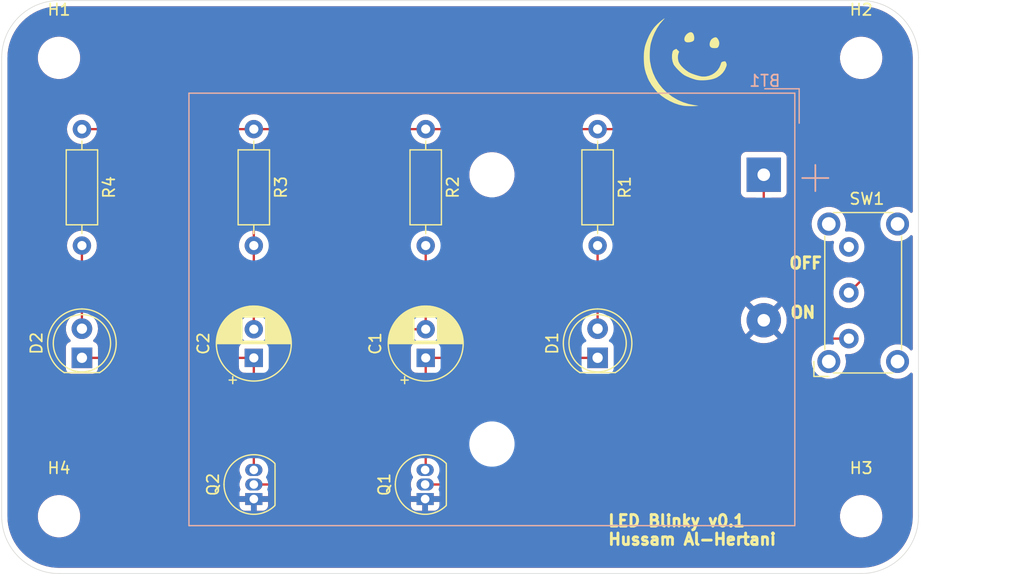
<source format=kicad_pcb>
(kicad_pcb (version 20240108) (generator "pcbnew") (generator_version "8.0")
  (layers (0 "F.Cu" signal) (31 "B.Cu" signal) (34 "B.Paste" user) (35 "F.Paste" user) (36 "B.SilkS" user "B.Silkscreen") (37 "F.SilkS" user "F.Silkscreen") (38 "B.Mask" user) (39 "F.Mask" user) (44 "Edge.Cuts" user))
  (net 0 "")
  (net 1 "GND")
  (net 2 "Net-(BT1-+)")
  (net 3 "Net-(Q2-B)")
  (net 4 "Net-(D1-K)")
  (net 5 "Net-(Q1-B)")
  (net 6 "Net-(D2-K)")
  (net 7 "Net-(D1-A)")
  (net 8 "Net-(D2-A)")
  (net 9 "VCC")
  (footprint "MountingHole:MountingHole_3.2mm_M3" (layer "F.Cu") (at 155 55)
    (property "Reference" "H1" (at 0 -4.2 0) (layer "F.SilkS"))
    (property "Value" "MountingHole")
    (pad "" np_thru_hole circle (at 0 0) (size 3.2 3.2) (drill 3.2) (layers "*.Cu" "*.Mask"))
  )
  (footprint "Package_TO_SOT_THT:TO-92_Inline" (layer "F.Cu") (at 186.95 93.5 90)
    (property "Reference" "Q1" (at 1.27 -3.56 270) (layer "F.SilkS"))
    (property "Value" "2N3904")
    (fp_line (start -0.53 1.85) (end 3.07 1.85) (stroke (width 0.12)) (layer "F.SilkS"))
    (fp_arc (start 1.27 -2.6) (mid 3.672087 -0.994977) (end 3.108478 1.838478) (stroke (width 0.12)) (layer "F.SilkS"))
    (fp_arc (start -0.568478 1.838478) (mid -1.132087 -0.994977) (end 1.27 -2.6) (stroke (width 0.12)) (layer "F.SilkS"))
    (pad "1" thru_hole rect (at 0 0 90) (size 1.05 1.5) (drill 0.75) (layers "*.Cu" "*.Mask") (net 1 "GND"))
    (pad "2" thru_hole oval (at 1.27 0 90) (size 1.05 1.5) (drill 0.75) (layers "*.Cu" "*.Mask") (net 5 "Net-(Q1-B)"))
    (pad "3" thru_hole oval (at 2.54 0 90) (size 1.05 1.5) (drill 0.75) (layers "*.Cu" "*.Mask") (net 4 "Net-(D1-K)"))
  )
  (footprint "Package_TO_SOT_THT:TO-92_Inline" (layer "F.Cu") (at 172 93.5 90)
    (property "Reference" "Q2" (at 1.27 -3.56 270) (layer "F.SilkS"))
    (property "Value" "2N3904")
    (fp_line (start -0.53 1.85) (end 3.07 1.85) (stroke (width 0.12)) (layer "F.SilkS"))
    (fp_arc (start 1.27 -2.6) (mid 3.672087 -0.994977) (end 3.108478 1.838478) (stroke (width 0.12)) (layer "F.SilkS"))
    (fp_arc (start -0.568478 1.838478) (mid -1.132087 -0.994977) (end 1.27 -2.6) (stroke (width 0.12)) (layer "F.SilkS"))
    (pad "1" thru_hole rect (at 0 0 90) (size 1.05 1.5) (drill 0.75) (layers "*.Cu" "*.Mask") (net 1 "GND"))
    (pad "2" thru_hole oval (at 1.27 0 90) (size 1.05 1.5) (drill 0.75) (layers "*.Cu" "*.Mask") (net 3 "Net-(Q2-B)"))
    (pad "3" thru_hole oval (at 2.54 0 90) (size 1.05 1.5) (drill 0.75) (layers "*.Cu" "*.Mask") (net 6 "Net-(D2-K)"))
  )
  (footprint "MountingHole:MountingHole_3.2mm_M3" (layer "F.Cu") (at 155 95)
    (property "Reference" "H4" (at 0 -4.2 0) (layer "F.SilkS"))
    (property "Value" "MountingHole")
    (pad "" np_thru_hole circle (at 0 0) (size 3.2 3.2) (drill 3.2) (layers "*.Cu" "*.Mask"))
  )
  (footprint "Button_Switch_THT:SW_E-Switch_EG1224_SPDT_Angled" (layer "F.Cu") (at 223.925 79.5 90)
    (property "Reference" "SW1" (at 12.2 1.575 0) (layer "F.SilkS"))
    (property "Value" "SW_SPDT")
    (fp_line (start -3.3 -3.05) (end -2 -3.05) (stroke (width 0.12)) (layer "F.SilkS"))
    (fp_line (start -0.95 -2.1) (end 8.95 -2.1) (stroke (width 0.12)) (layer "F.SilkS"))
    (fp_line (start -3.3 -1.75) (end -3.3 -3.05) (stroke (width 0.12)) (layer "F.SilkS"))
    (fp_line (start 11 -1.35) (end 11 3.85) (stroke (width 0.12)) (layer "F.SilkS"))
    (fp_line (start -3 3.85) (end -3 -1.35) (stroke (width 0.12)) (layer "F.SilkS"))
    (fp_line (start 8.95 4.6) (end -0.95 4.6) (stroke (width 0.12)) (layer "F.SilkS"))
    (pad "" thru_hole circle (at -2 -1.75 90) (size 2 2) (drill 1.2) (layers "*.Cu" "*.Mask"))
    (pad "" thru_hole circle (at -2 4.25 90) (size 2 2) (drill 1.2) (layers "*.Cu" "*.Mask"))
    (pad "" thru_hole circle (at 10 -1.75 90) (size 2 2) (drill 1.2) (layers "*.Cu" "*.Mask"))
    (pad "" thru_hole circle (at 10 4.25 90) (size 2 2) (drill 1.2) (layers "*.Cu" "*.Mask"))
    (pad "1" thru_hole circle (at 0 0 90) (size 1.7 1.7) (drill 0.9) (layers "*.Cu" "*.Mask") (net 2 "Net-(BT1-+)"))
    (pad "2" thru_hole circle (at 4 0 90) (size 1.7 1.7) (drill 0.9) (layers "*.Cu" "*.Mask") (net 9 "VCC"))
    (pad "3" thru_hole circle (at 8 0 90) (size 1.7 1.7) (drill 0.9) (layers "*.Cu" "*.Mask"))
  )
  (footprint "LED_THT:LED_D5.0mm" (layer "F.Cu") (at 202 81.175 90)
    (property "Reference" "D1" (at 1.27 -3.96 270) (layer "F.SilkS"))
    (property "Value" "LED")
    (fp_line (start -1.29 -1.545) (end -1.29 1.545) (stroke (width 0.12)) (layer "F.SilkS"))
    (fp_arc (start -1.29 -1.54483) (mid 2.072002 -2.880433) (end 4.26 0.000462) (stroke (width 0.12)) (layer "F.SilkS"))
    (fp_arc (start 4.26 -0.000462) (mid 2.072002 2.880433) (end -1.29 1.54483) (stroke (width 0.12)) (layer "F.SilkS"))
    (fp_circle (center 1.27 0) (end 3.77 0) (stroke (width 0.12)) (fill none) (layer "F.SilkS"))
    (pad "1" thru_hole rect (at 0 0 90) (size 1.8 1.8) (drill 0.9) (layers "*.Cu" "*.Mask") (net 4 "Net-(D1-K)"))
    (pad "2" thru_hole circle (at 2.54 0 90) (size 1.8 1.8) (drill 0.9) (layers "*.Cu" "*.Mask") (net 7 "Net-(D1-A)"))
  )
  (footprint "Capacitor_THT:CP_Radial_D6.3mm_P2.50mm" (layer "F.Cu") (at 172 81.18238 90)
    (property "Reference" "C2" (at 1.25 -4.4 270) (layer "F.SilkS"))
    (property "Value" "10u")
    (fp_line (start 1.33 -3.23) (end 1.33 3.23) (stroke (width 0.12)) (layer "F.SilkS"))
    (fp_line (start 1.29 -3.23) (end 1.29 3.23) (stroke (width 0.12)) (layer "F.SilkS"))
    (fp_line (start 1.25 -3.23) (end 1.25 3.23) (stroke (width 0.12)) (layer "F.SilkS"))
    (fp_line (start 1.37 -3.228) (end 1.37 3.228) (stroke (width 0.12)) (layer "F.SilkS"))
    (fp_line (start 1.41 -3.227) (end 1.41 3.227) (stroke (width 0.12)) (layer "F.SilkS"))
    (fp_line (start 1.45 -3.224) (end 1.45 3.224) (stroke (width 0.12)) (layer "F.SilkS"))
    (fp_line (start 1.49 -3.222) (end 1.49 -1.04) (stroke (width 0.12)) (layer "F.SilkS"))
    (fp_line (start 1.53 -3.218) (end 1.53 -1.04) (stroke (width 0.12)) (layer "F.SilkS"))
    (fp_line (start 1.57 -3.215) (end 1.57 -1.04) (stroke (width 0.12)) (layer "F.SilkS"))
    (fp_line (start 1.61 -3.211) (end 1.61 -1.04) (stroke (width 0.12)) (layer "F.SilkS"))
    (fp_line (start 1.65 -3.206) (end 1.65 -1.04) (stroke (width 0.12)) (layer "F.SilkS"))
    (fp_line (start 1.69 -3.201) (end 1.69 -1.04) (stroke (width 0.12)) (layer "F.SilkS"))
    (fp_line (start 1.73 -3.195) (end 1.73 -1.04) (stroke (width 0.12)) (layer "F.SilkS"))
    (fp_line (start 1.77 -3.189) (end 1.77 -1.04) (stroke (width 0.12)) (layer "F.SilkS"))
    (fp_line (start 1.81 -3.182) (end 1.81 -1.04) (stroke (width 0.12)) (layer "F.SilkS"))
    (fp_line (start 1.85 -3.175) (end 1.85 -1.04) (stroke (width 0.12)) (layer "F.SilkS"))
    (fp_line (start 1.89 -3.167) (end 1.89 -1.04) (stroke (width 0.12)) (layer "F.SilkS"))
    (fp_line (start 1.93 -3.159) (end 1.93 -1.04) (stroke (width 0.12)) (layer "F.SilkS"))
    (fp_line (start 1.971 -3.15) (end 1.971 -1.04) (stroke (width 0.12)) (layer "F.SilkS"))
    (fp_line (start 2.011 -3.141) (end 2.011 -1.04) (stroke (width 0.12)) (layer "F.SilkS"))
    (fp_line (start 2.051 -3.131) (end 2.051 -1.04) (stroke (width 0.12)) (layer "F.SilkS"))
    (fp_line (start 2.091 -3.121) (end 2.091 -1.04) (stroke (width 0.12)) (layer "F.SilkS"))
    (fp_line (start 2.131 -3.11) (end 2.131 -1.04) (stroke (width 0.12)) (layer "F.SilkS"))
    (fp_line (start 2.171 -3.098) (end 2.171 -1.04) (stroke (width 0.12)) (layer "F.SilkS"))
    (fp_line (start 2.211 -3.086) (end 2.211 -1.04) (stroke (width 0.12)) (layer "F.SilkS"))
    (fp_line (start 2.251 -3.074) (end 2.251 -1.04) (stroke (width 0.12)) (layer "F.SilkS"))
    (fp_line (start 2.291 -3.061) (end 2.291 -1.04) (stroke (width 0.12)) (layer "F.SilkS"))
    (fp_line (start 2.331 -3.047) (end 2.331 -1.04) (stroke (width 0.12)) (layer "F.SilkS"))
    (fp_line (start 2.371 -3.033) (end 2.371 -1.04) (stroke (width 0.12)) (layer "F.SilkS"))
    (fp_line (start 2.411 -3.018) (end 2.411 -1.04) (stroke (width 0.12)) (layer "F.SilkS"))
    (fp_line (start 2.451 -3.002) (end 2.451 -1.04) (stroke (width 0.12)) (layer "F.SilkS"))
    (fp_line (start 2.491 -2.986) (end 2.491 -1.04) (stroke (width 0.12)) (layer "F.SilkS"))
    (fp_line (start 2.531 -2.97) (end 2.531 -1.04) (stroke (width 0.12)) (layer "F.SilkS"))
    (fp_line (start 2.571 -2.952) (end 2.571 -1.04) (stroke (width 0.12)) (layer "F.SilkS"))
    (fp_line (start 2.611 -2.934) (end 2.611 -1.04) (stroke (width 0.12)) (layer "F.SilkS"))
    (fp_line (start 2.651 -2.916) (end 2.651 -1.04) (stroke (width 0.12)) (layer "F.SilkS"))
    (fp_line (start 2.691 -2.896) (end 2.691 -1.04) (stroke (width 0.12)) (layer "F.SilkS"))
    (fp_line (start 2.731 -2.876) (end 2.731 -1.04) (stroke (width 0.12)) (layer "F.SilkS"))
    (fp_line (start 2.771 -2.856) (end 2.771 -1.04) (stroke (width 0.12)) (layer "F.SilkS"))
    (fp_line (start 2.811 -2.834) (end 2.811 -1.04) (stroke (width 0.12)) (layer "F.SilkS"))
    (fp_line (start 2.851 -2.812) (end 2.851 -1.04) (stroke (width 0.12)) (layer "F.SilkS"))
    (fp_line (start 2.891 -2.79) (end 2.891 -1.04) (stroke (width 0.12)) (layer "F.SilkS"))
    (fp_line (start 2.931 -2.766) (end 2.931 -1.04) (stroke (width 0.12)) (layer "F.SilkS"))
    (fp_line (start 2.971 -2.742) (end 2.971 -1.04) (stroke (width 0.12)) (layer "F.SilkS"))
    (fp_line (start 3.011 -2.716) (end 3.011 -1.04) (stroke (width 0.12)) (layer "F.SilkS"))
    (fp_line (start 3.051 -2.69) (end 3.051 -1.04) (stroke (width 0.12)) (layer "F.SilkS"))
    (fp_line (start 3.091 -2.664) (end 3.091 -1.04) (stroke (width 0.12)) (layer "F.SilkS"))
    (fp_line (start 3.131 -2.636) (end 3.131 -1.04) (stroke (width 0.12)) (layer "F.SilkS"))
    (fp_line (start 3.171 -2.607) (end 3.171 -1.04) (stroke (width 0.12)) (layer "F.SilkS"))
    (fp_line (start 3.211 -2.578) (end 3.211 -1.04) (stroke (width 0.12)) (layer "F.SilkS"))
    (fp_line (start 3.251 -2.548) (end 3.251 -1.04) (stroke (width 0.12)) (layer "F.SilkS"))
    (fp_line (start 3.291 -2.516) (end 3.291 -1.04) (stroke (width 0.12)) (layer "F.SilkS"))
    (fp_line (start 3.331 -2.484) (end 3.331 -1.04) (stroke (width 0.12)) (layer "F.SilkS"))
    (fp_line (start 3.371 -2.45) (end 3.371 -1.04) (stroke (width 0.12)) (layer "F.SilkS"))
    (fp_line (start 3.411 -2.416) (end 3.411 -1.04) (stroke (width 0.12)) (layer "F.SilkS"))
    (fp_line (start 3.451 -2.38) (end 3.451 -1.04) (stroke (width 0.12)) (layer "F.SilkS"))
    (fp_line (start 3.491 -2.343) (end 3.491 -1.04) (stroke (width 0.12)) (layer "F.SilkS"))
    (fp_line (start 3.531 -2.305) (end 3.531 -1.04) (stroke (width 0.12)) (layer "F.SilkS"))
    (fp_line (start 3.571 -2.265) (end 3.571 2.265) (stroke (width 0.12)) (layer "F.SilkS"))
    (fp_line (start 3.611 -2.224) (end 3.611 2.224) (stroke (width 0.12)) (layer "F.SilkS"))
    (fp_line (start 3.651 -2.182) (end 3.651 2.182) (stroke (width 0.12)) (layer "F.SilkS"))
    (fp_line (start -1.935241 -2.154) (end -1.935241 -1.524) (stroke (width 0.12)) (layer "F.SilkS"))
    (fp_line (start 3.691 -2.137) (end 3.691 2.137) (stroke (width 0.12)) (layer "F.SilkS"))
    (fp_line (start 3.731 -2.092) (end 3.731 2.092) (stroke (width 0.12)) (layer "F.SilkS"))
    (fp_line (start 3.771 -2.044) (end 3.771 2.044) (stroke (width 0.12)) (layer "F.SilkS"))
    (fp_line (start 3.811 -1.995) (end 3.811 1.995) (stroke (width 0.12)) (layer "F.SilkS"))
    (fp_line (start 3.851 -1.944) (end 3.851 1.944) (stroke (width 0.12)) (layer "F.SilkS"))
    (fp_line (start 3.891 -1.89) (end 3.891 1.89) (stroke (width 0.12)) (layer "F.SilkS"))
    (fp_line (start -2.250241 -1.839) (end -1.620241 -1.839) (stroke (width 0.12)) (layer "F.SilkS"))
    (fp_line (start 3.931 -1.834) (end 3.931 1.834) (stroke (width 0.12)) (layer "F.SilkS"))
    (fp_line (start 3.971 -1.776) (end 3.971 1.776) (stroke (width 0.12)) (layer "F.SilkS"))
    (fp_line (start 4.011 -1.714) (end 4.011 1.714) (stroke (width 0.12)) (layer "F.SilkS"))
    (fp_line (start 4.051 -1.65) (end 4.051 1.65) (stroke (width 0.12)) (layer "F.SilkS"))
    (fp_line (start 4.091 -1.581) (end 4.091 1.581) (stroke (width 0.12)) (layer "F.SilkS"))
    (fp_line (start 4.131 -1.509) (end 4.131 1.509) (stroke (width 0.12)) (layer "F.SilkS"))
    (fp_line (start 4.171 -1.432) (end 4.171 1.432) (stroke (width 0.12)) (layer "F.SilkS"))
    (fp_line (start 4.211 -1.35) (end 4.211 1.35) (stroke (width 0.12)) (layer "F.SilkS"))
    (fp_line (start 4.251 -1.262) (end 4.251 1.262) (stroke (width 0.12)) (layer "F.SilkS"))
    (fp_line (start 4.291 -1.165) (end 4.291 1.165) (stroke (width 0.12)) (layer "F.SilkS"))
    (fp_line (start 4.331 -1.059) (end 4.331 1.059) (stroke (width 0.12)) (layer "F.SilkS"))
    (fp_line (start 4.371 -0.94) (end 4.371 0.94) (stroke (width 0.12)) (layer "F.SilkS"))
    (fp_line (start 4.411 -0.802) (end 4.411 0.802) (stroke (width 0.12)) (layer "F.SilkS"))
    (fp_line (start 4.451 -0.633) (end 4.451 0.633) (stroke (width 0.12)) (layer "F.SilkS"))
    (fp_line (start 4.491 -0.402) (end 4.491 0.402) (stroke (width 0.12)) (layer "F.SilkS"))
    (fp_line (start 3.531 1.04) (end 3.531 2.305) (stroke (width 0.12)) (layer "F.SilkS"))
    (fp_line (start 3.491 1.04) (end 3.491 2.343) (stroke (width 0.12)) (layer "F.SilkS"))
    (fp_line (start 3.451 1.04) (end 3.451 2.38) (stroke (width 0.12)) (layer "F.SilkS"))
    (fp_line (start 3.411 1.04) (end 3.411 2.416) (stroke (width 0.12)) (layer "F.SilkS"))
    (fp_line (start 3.371 1.04) (end 3.371 2.45) (stroke (width 0.12)) (layer "F.SilkS"))
    (fp_line (start 3.331 1.04) (end 3.331 2.484) (stroke (width 0.12)) (layer "F.SilkS"))
    (fp_line (start 3.291 1.04) (end 3.291 2.516) (stroke (width 0.12)) (layer "F.SilkS"))
    (fp_line (start 3.251 1.04) (end 3.251 2.548) (stroke (width 0.12)) (layer "F.SilkS"))
    (fp_line (start 3.211 1.04) (end 3.211 2.578) (stroke (width 0.12)) (layer "F.SilkS"))
    (fp_line (start 3.171 1.04) (end 3.171 2.607) (stroke (width 0.12)) (layer "F.SilkS"))
    (fp_line (start 3.131 1.04) (end 3.131 2.636) (stroke (width 0.12)) (layer "F.SilkS"))
    (fp_line (start 3.091 1.04) (end 3.091 2.664) (stroke (width 0.12)) (layer "F.SilkS"))
    (fp_line (start 3.051 1.04) (end 3.051 2.69) (stroke (width 0.12)) (layer "F.SilkS"))
    (fp_line (start 3.011 1.04) (end 3.011 2.716) (stroke (width 0.12)) (layer "F.SilkS"))
    (fp_line (start 2.971 1.04) (end 2.971 2.742) (stroke (width 0.12)) (layer "F.SilkS"))
    (fp_line (start 2.931 1.04) (end 2.931 2.766) (stroke (width 0.12)) (layer "F.SilkS"))
    (fp_line (start 2.891 1.04) (end 2.891 2.79) (stroke (width 0.12)) (layer "F.SilkS"))
    (fp_line (start 2.851 1.04) (end 2.851 2.812) (stroke (width 0.12)) (layer "F.SilkS"))
    (fp_line (start 2.811 1.04) (end 2.811 2.834) (stroke (width 0.12)) (layer "F.SilkS"))
    (fp_line (start 2.771 1.04) (end 2.771 2.856) (stroke (width 0.12)) (layer "F.SilkS"))
    (fp_line (start 2.731 1.04) (end 2.731 2.876) (stroke (width 0.12)) (layer "F.SilkS"))
    (fp_line (start 2.691 1.04) (end 2.691 2.896) (stroke (width 0.12)) (layer "F.SilkS"))
    (fp_line (start 2.651 1.04) (end 2.651 2.916) (stroke (width 0.12)) (layer "F.SilkS"))
    (fp_line (start 2.611 1.04) (end 2.611 2.934) (stroke (width 0.12)) (layer "F.SilkS"))
    (fp_line (start 2.571 1.04) (end 2.571 2.952) (stroke (width 0.12)) (layer "F.SilkS"))
    (fp_line (start 2.531 1.04) (end 2.531 2.97) (stroke (width 0.12)) (layer "F.SilkS"))
    (fp_line (start 2.491 1.04) (end 2.491 2.986) (stroke (width 0.12)) (layer "F.SilkS"))
    (fp_line (start 2.451 1.04) (end 2.451 3.002) (stroke (width 0.12)) (layer "F.SilkS"))
    (fp_line (start 2.411 1.04) (end 2.411 3.018) (stroke (width 0.12)) (layer "F.SilkS"))
    (fp_line (start 2.371 1.04) (end 2.371 3.033) (stroke (width 0.12)) (layer "F.SilkS"))
    (fp_line (start 2.331 1.04) (end 2.331 3.047) (stroke (width 0.12)) (layer "F.SilkS"))
    (fp_line (start 2.291 1.04) (end 2.291 3.061) (stroke (width 0.12)) (layer "F.SilkS"))
    (fp_line (start 2.251 1.04) (end 2.251 3.074) (stroke (width 0.12)) (layer "F.SilkS"))
    (fp_line (start 2.211 1.04) (end 2.211 3.086) (stroke (width 0.12)) (layer "F.SilkS"))
    (fp_line (start 2.171 1.04) (end 2.171 3.098) (stroke (width 0.12)) (layer "F.SilkS"))
    (fp_line (start 2.131 1.04) (end 2.131 3.11) (stroke (width 0.12)) (layer "F.SilkS"))
    (fp_line (start 2.091 1.04) (end 2.091 3.121) (stroke (width 0.12)) (layer "F.SilkS"))
    (fp_line (start 2.051 1.04) (end 2.051 3.131) (stroke (width 0.12)) (layer "F.SilkS"))
    (fp_line (start 2.011 1.04) (end 2.011 3.141) (stroke (width 0.12)) (layer "F.SilkS"))
    (fp_line (start 1.971 1.04) (end 1.971 3.15) (stroke (width 0.12)) (layer "F.SilkS"))
    (fp_line (start 1.93 1.04) (end 1.93 3.159) (stroke (width 0.12)) (layer "F.SilkS"))
    (fp_line (start 1.89 1.04) (end 1.89 3.167) (stroke (width 0.12)) (layer "F.SilkS"))
    (fp_line (start 1.85 1.04) (end 1.85 3.175) (stroke (width 0.12)) (layer "F.SilkS"))
    (fp_line (start 1.81 1.04) (end 1.81 3.182) (stroke (width 0.12)) (layer "F.SilkS"))
    (fp_line (start 1.77 1.04) (end 1.77 3.189) (stroke (width 0.12)) (layer "F.SilkS"))
    (fp_line (start 1.73 1.04) (end 1.73 3.195) (stroke (width 0.12)) (layer "F.SilkS"))
    (fp_line (start 1.69 1.04) (end 1.69 3.201) (stroke (width 0.12)) (layer "F.SilkS"))
    (fp_line (start 1.65 1.04) (end 1.65 3.206) (stroke (width 0.12)) (layer "F.SilkS"))
    (fp_line (start 1.61 1.04) (end 1.61 3.211) (stroke (width 0.12)) (layer "F.SilkS"))
    (fp_line (start 1.57 1.04) (end 1.57 3.215) (stroke (width 0.12)) (layer "F.SilkS"))
    (fp_line (start 1.53 1.04) (end 1.53 3.218) (stroke (width 0.12)) (layer "F.SilkS"))
    (fp_line (start 1.49 1.04) (end 1.49 3.222) (stroke (width 0.12)) (layer "F.SilkS"))
    (fp_circle (center 1.25 0) (end 4.52 0) (stroke (width 0.12)) (fill none) (layer "F.SilkS"))
    (pad "1" thru_hole rect (at 0 0 90) (size 1.6 1.6) (drill 0.8) (layers "*.Cu" "*.Mask") (net 6 "Net-(D2-K)"))
    (pad "2" thru_hole circle (at 2.5 0 90) (size 1.6 1.6) (drill 0.8) (layers "*.Cu" "*.Mask") (net 5 "Net-(Q1-B)"))
  )
  (footprint "Resistor_THT:R_Axial_DIN0207_L6.3mm_D2.5mm_P10.16mm_Horizontal" (layer "F.Cu") (at 187 61.22 -90)
    (property "Reference" "R2" (at 5.08 -2.37 90) (layer "F.SilkS"))
    (property "Value" "47k")
    (fp_line (start 1.81 1.37) (end 8.35 1.37) (stroke (width 0.12)) (layer "F.SilkS"))
    (fp_line (start 8.35 1.37) (end 8.35 -1.37) (stroke (width 0.12)) (layer "F.SilkS"))
    (fp_line (start 1.04 0) (end 1.81 0) (stroke (width 0.12)) (layer "F.SilkS"))
    (fp_line (start 9.12 0) (end 8.35 0) (stroke (width 0.12)) (layer "F.SilkS"))
    (fp_line (start 1.81 -1.37) (end 1.81 1.37) (stroke (width 0.12)) (layer "F.SilkS"))
    (fp_line (start 8.35 -1.37) (end 1.81 -1.37) (stroke (width 0.12)) (layer "F.SilkS"))
    (pad "1" thru_hole circle (at 0 0 270) (size 1.6 1.6) (drill 0.8) (layers "*.Cu" "*.Mask") (net 9 "VCC"))
    (pad "2" thru_hole oval (at 10.16 0 270) (size 1.6 1.6) (drill 0.8) (layers "*.Cu" "*.Mask") (net 3 "Net-(Q2-B)"))
  )
  (footprint "logos:smiley" (layer "F.Cu") (at 210.5 55.4)
    (property "Reference" "G***" (hide yes))
    (property "Value" "LOGO" (hide yes))
    (fp_poly (pts (xy -0.268123 -2.614441) (xy -0.218018 -2.581009) (xy -0.146366 -2.489942) (xy -0.094939 -2.358261) (xy -0.067106 -2.207945) (xy -0.066237 -2.060976) (xy -0.095701 -1.939333) (xy -0.114515 -1.905785) (xy -0.189982 -1.844247) (xy -0.311073 -1.794707) (xy -0.458441 -1.761881) (xy -0.612737 -1.75048) (xy -0.719176 -1.758481) (xy -0.832122 -1.80225) (xy -0.903218 -1.884722) (xy -0.933664 -1.995396) (xy -0.924661 -2.12377) (xy -0.877407 -2.259342) (xy -0.793104 -2.39161) (xy -0.672951 -2.510073) (xy -0.629674 -2.541634) (xy -0.489252 -2.619735) (xy -0.37249 -2.643645)) (fill solid) (layer "F.SilkS"))
    (fp_poly (pts (xy 1.843922 -2.192118) (xy 1.925058 -2.134882) (xy 2.004648 -2.03305) (xy 2.070396 -1.906518) (xy 2.110004 -1.77518) (xy 2.112825 -1.757082) (xy 2.114406 -1.611448) (xy 2.085067 -1.471777) (xy 2.031269 -1.356114) (xy 1.959474 -1.282502) (xy 1.939393 -1.272754) (xy 1.840452 -1.252789) (xy 1.70465 -1.247571) (xy 1.558917 -1.257525) (xy 1.503733 -1.265876) (xy 1.418905 -1.299328) (xy 1.348456 -1.348847) (xy 1.2916 -1.442759) (xy 1.272288 -1.571374) (xy 1.28818 -1.717587) (xy 1.336938 -1.864294) (xy 1.416224 -1.994391) (xy 1.440543 -2.022317) (xy 1.533434 -2.09817) (xy 1.645647 -2.158156) (xy 1.75516 -2.193004) (xy 1.839949 -2.193444)) (fill solid) (layer "F.SilkS"))
    (fp_poly (pts (xy -1.507779 -1.066371) (xy -1.381231 -0.942801) (xy -1.44603 -0.773781) (xy -1.489797 -0.584714) (xy -1.493099 -0.368755) (xy -1.456821 -0.149653) (xy -1.418339 -0.031367) (xy -1.330366 0.130467) (xy -1.193156 0.306847) (xy -1.017699 0.486877) (xy -0.814986 0.659663) (xy -0.596006 0.814309) (xy -0.516295 0.862869) (xy -0.380266 0.930442) (xy -0.200543 1.00335) (xy 0.003905 1.075479) (xy 0.214109 1.140712) (xy 0.411098 1.192935) (xy 0.575901 1.226032) (xy 0.631221 1.232781) (xy 0.933104 1.228375) (xy 1.223844 1.166205) (xy 1.495586 1.051893) (xy 1.740475 0.891062) (xy 1.950659 0.689332) (xy 2.118283 0.452327) (xy 2.235492 0.185667) (xy 2.26905 0.060474) (xy 2.317339 -0.017066) (xy 2.415466 -0.0719) (xy 2.549839 -0.097162) (xy 2.582934 -0.098069) (xy 2.641733 -0.088338) (xy 2.683299 -0.048542) (xy 2.723311 0.037229) (xy 2.727823 0.048928) (xy 2.758899 0.139113) (xy 2.76744 0.207915) (xy 2.753477 0.285412) (xy 2.728151 0.367654) (xy 2.599477 0.660431) (xy 2.416417 0.919194) (xy 2.182711 1.139859) (xy 1.902098 1.318346) (xy 1.821186 1.357674) (xy 1.594867 1.439284) (xy 1.324105 1.501867) (xy 1.027458 1.543877) (xy 0.723481 1.563765) (xy 0.430733 1.559985) (xy 0.167771 1.530989) (xy 0.049035 1.505451) (xy -0.172661 1.438505) (xy -0.412754 1.351421) (xy -0.647656 1.253688) (xy -0.853778 1.154799) (xy -0.938042 1.108259) (xy -1.066595 1.019903) (xy -1.216256 0.896747) (xy -1.375132 0.75081) (xy -1.531327 0.594111) (xy -1.672948 0.438667) (xy -1.788099 0.296497) (xy -1.864887 0.179619) (xy -1.873116 0.16345) (xy -1.966146 -0.098225) (xy -2.011547 -0.385305) (xy -2.007622 -0.676669) (xy -1.960587 -0.92484) (xy -1.923402 -1.012446) (xy -1.859958 -1.074521) (xy -1.779603 -1.119361) (xy -1.634327 -1.189942)) (fill solid) (layer "F.SilkS"))
    (fp_poly (pts (xy -2.647876 -3.84252) (xy -2.668861 -3.811289) (xy -2.723417 -3.748413) (xy -2.786808 -3.680994) (xy -3.056888 -3.363327) (xy -3.303824 -2.995687) (xy -3.520744 -2.591421) (xy -3.700776 -2.163878) (xy -3.837047 -1.726406) (xy -3.874057 -1.569112) (xy -3.906208 -1.371584) (xy -3.929987 -1.129532) (xy -3.944715 -0.863355) (xy -3.949712 -0.593455) (xy -3.944297 -0.340231) (xy -3.927791 -0.124084) (xy -3.923374 -0.089104) (xy -3.819539 0.436012) (xy -3.655781 0.937261) (xy -3.43428 1.411207) (xy -3.157218 1.854415) (xy -2.826776 2.26345) (xy -2.445136 2.634877) (xy -2.014478 2.965259) (xy -1.96139 3.000809) (xy -1.513771 3.263715) (xy -1.050317 3.470067) (xy -0.561354 3.623365) (xy -0.037204 3.727106) (xy 0.09807 3.745412) (xy 0.310554 3.771736) (xy 0.163449 3.795801) (xy 0.023868 3.810188) (xy -0.161875 3.817504) (xy -0.374981 3.818076) (xy -0.596652 3.812229) (xy -0.80809 3.800291) (xy -0.990497 3.782588) (xy -1.046074 3.774768) (xy -1.41825 3.690576) (xy -1.805993 3.555933) (xy -2.194794 3.378437) (xy -2.570145 3.165686) (xy -2.917537 2.925279) (xy -3.222459 2.664816) (xy -3.286485 2.601416) (xy -3.381892 2.497113) (xy -3.492475 2.365678) (xy -3.606653 2.222081) (xy -3.712848 2.081294) (xy -3.799478 1.958289) (xy -3.854964 1.868037) (xy -3.857388 1.863321) (xy -3.904141 1.775451) (xy -3.941057 1.714614) (xy -3.953072 1.699872) (xy -3.979614 1.660835) (xy -4.02228 1.579868) (xy -4.072495 1.475573) (xy -4.121684 1.366553) (xy -4.161272 1.271413) (xy -4.182683 1.208754) (xy -4.184298 1.198249) (xy -4.204378 1.136143) (xy -4.211861 1.126165) (xy -4.240066 1.071257) (xy -4.2774 0.965714) (xy -4.319835 0.822945) (xy -4.36334 0.656358) (xy -4.398012 0.506693) (xy -4.431345 0.302226) (xy -4.454682 0.052859) (xy -4.467581 -0.221632) (xy -4.469599 -0.501469) (xy -4.460292 -0.766875) (xy -4.439218 -0.998073) (xy -4.432739 -1.043819) (xy -4.408127 -1.198808) (xy -4.385089 -1.323755) (xy -4.358997 -1.435099) (xy -4.325223 -1.549283) (xy -4.279138 -1.682748) (xy -4.216114 -1.851934) (xy -4.174582 -1.960868) (xy -4.006731 -2.34331) (xy -3.808149 -2.70058) (xy -3.766572 -2.765573) (xy -3.663755 -2.917205) (xy -3.569999 -3.040832) (xy -3.466292 -3.159704) (xy -3.33362 -3.297072) (xy -3.324297 -3.306437) (xy -3.22482 -3.40145) (xy -3.110137 -3.503528) (xy -2.990102 -3.604862) (xy -2.874566 -3.697644) (xy -2.773383 -3.774065) (xy -2.696406 -3.826316) (xy -2.653488 -3.846589)) (fill solid) (layer "F.SilkS"))
  )
  (footprint "MountingHole:MountingHole_3.2mm_M3" (layer "F.Cu") (at 225 55)
    (property "Reference" "H2" (at 0 -4.2 0) (layer "F.SilkS"))
    (property "Value" "MountingHole")
    (pad "" np_thru_hole circle (at 0 0) (size 3.2 3.2) (drill 3.2) (layers "*.Cu" "*.Mask"))
  )
  (footprint "LED_THT:LED_D5.0mm" (layer "F.Cu") (at 157 81.175 90)
    (property "Reference" "D2" (at 1.27 -3.96 270) (layer "F.SilkS"))
    (property "Value" "LED")
    (fp_line (start -1.29 -1.545) (end -1.29 1.545) (stroke (width 0.12)) (layer "F.SilkS"))
    (fp_arc (start -1.29 -1.54483) (mid 2.072002 -2.880433) (end 4.26 0.000462) (stroke (width 0.12)) (layer "F.SilkS"))
    (fp_arc (start 4.26 -0.000462) (mid 2.072002 2.880433) (end -1.29 1.54483) (stroke (width 0.12)) (layer "F.SilkS"))
    (fp_circle (center 1.27 0) (end 3.77 0) (stroke (width 0.12)) (fill none) (layer "F.SilkS"))
    (pad "1" thru_hole rect (at 0 0 90) (size 1.8 1.8) (drill 0.9) (layers "*.Cu" "*.Mask") (net 6 "Net-(D2-K)"))
    (pad "2" thru_hole circle (at 2.54 0 90) (size 1.8 1.8) (drill 0.9) (layers "*.Cu" "*.Mask") (net 8 "Net-(D2-A)"))
  )
  (footprint "Resistor_THT:R_Axial_DIN0207_L6.3mm_D2.5mm_P10.16mm_Horizontal" (layer "F.Cu") (at 202 61.22 -90)
    (property "Reference" "R1" (at 5.08 -2.37 90) (layer "F.SilkS"))
    (property "Value" "330")
    (fp_line (start 1.81 1.37) (end 8.35 1.37) (stroke (width 0.12)) (layer "F.SilkS"))
    (fp_line (start 8.35 1.37) (end 8.35 -1.37) (stroke (width 0.12)) (layer "F.SilkS"))
    (fp_line (start 1.04 0) (end 1.81 0) (stroke (width 0.12)) (layer "F.SilkS"))
    (fp_line (start 9.12 0) (end 8.35 0) (stroke (width 0.12)) (layer "F.SilkS"))
    (fp_line (start 1.81 -1.37) (end 1.81 1.37) (stroke (width 0.12)) (layer "F.SilkS"))
    (fp_line (start 8.35 -1.37) (end 1.81 -1.37) (stroke (width 0.12)) (layer "F.SilkS"))
    (pad "1" thru_hole circle (at 0 0 270) (size 1.6 1.6) (drill 0.8) (layers "*.Cu" "*.Mask") (net 9 "VCC"))
    (pad "2" thru_hole oval (at 10.16 0 270) (size 1.6 1.6) (drill 0.8) (layers "*.Cu" "*.Mask") (net 7 "Net-(D1-A)"))
  )
  (footprint "Resistor_THT:R_Axial_DIN0207_L6.3mm_D2.5mm_P10.16mm_Horizontal" (layer "F.Cu") (at 157 61.22 -90)
    (property "Reference" "R4" (at 5.08 -2.37 90) (layer "F.SilkS"))
    (property "Value" "330")
    (fp_line (start 1.81 1.37) (end 8.35 1.37) (stroke (width 0.12)) (layer "F.SilkS"))
    (fp_line (start 8.35 1.37) (end 8.35 -1.37) (stroke (width 0.12)) (layer "F.SilkS"))
    (fp_line (start 1.04 0) (end 1.81 0) (stroke (width 0.12)) (layer "F.SilkS"))
    (fp_line (start 9.12 0) (end 8.35 0) (stroke (width 0.12)) (layer "F.SilkS"))
    (fp_line (start 1.81 -1.37) (end 1.81 1.37) (stroke (width 0.12)) (layer "F.SilkS"))
    (fp_line (start 8.35 -1.37) (end 1.81 -1.37) (stroke (width 0.12)) (layer "F.SilkS"))
    (pad "1" thru_hole circle (at 0 0 270) (size 1.6 1.6) (drill 0.8) (layers "*.Cu" "*.Mask") (net 9 "VCC"))
    (pad "2" thru_hole oval (at 10.16 0 270) (size 1.6 1.6) (drill 0.8) (layers "*.Cu" "*.Mask") (net 8 "Net-(D2-A)"))
  )
  (footprint "Capacitor_THT:CP_Radial_D6.3mm_P2.50mm" (layer "F.Cu") (at 187 81.182379 90)
    (property "Reference" "C1" (at 1.25 -4.4 270) (layer "F.SilkS"))
    (property "Value" "10u")
    (fp_line (start 1.33 -3.23) (end 1.33 3.23) (stroke (width 0.12)) (layer "F.SilkS"))
    (fp_line (start 1.29 -3.23) (end 1.29 3.23) (stroke (width 0.12)) (layer "F.SilkS"))
    (fp_line (start 1.25 -3.23) (end 1.25 3.23) (stroke (width 0.12)) (layer "F.SilkS"))
    (fp_line (start 1.37 -3.228) (end 1.37 3.228) (stroke (width 0.12)) (layer "F.SilkS"))
    (fp_line (start 1.41 -3.227) (end 1.41 3.227) (stroke (width 0.12)) (layer "F.SilkS"))
    (fp_line (start 1.45 -3.224) (end 1.45 3.224) (stroke (width 0.12)) (layer "F.SilkS"))
    (fp_line (start 1.49 -3.222) (end 1.49 -1.04) (stroke (width 0.12)) (layer "F.SilkS"))
    (fp_line (start 1.53 -3.218) (end 1.53 -1.04) (stroke (width 0.12)) (layer "F.SilkS"))
    (fp_line (start 1.57 -3.215) (end 1.57 -1.04) (stroke (width 0.12)) (layer "F.SilkS"))
    (fp_line (start 1.61 -3.211) (end 1.61 -1.04) (stroke (width 0.12)) (layer "F.SilkS"))
    (fp_line (start 1.65 -3.206) (end 1.65 -1.04) (stroke (width 0.12)) (layer "F.SilkS"))
    (fp_line (start 1.69 -3.201) (end 1.69 -1.04) (stroke (width 0.12)) (layer "F.SilkS"))
    (fp_line (start 1.73 -3.195) (end 1.73 -1.04) (stroke (width 0.12)) (layer "F.SilkS"))
    (fp_line (start 1.77 -3.189) (end 1.77 -1.04) (stroke (width 0.12)) (layer "F.SilkS"))
    (fp_line (start 1.81 -3.182) (end 1.81 -1.04) (stroke (width 0.12)) (layer "F.SilkS"))
    (fp_line (start 1.85 -3.175) (end 1.85 -1.04) (stroke (width 0.12)) (layer "F.SilkS"))
    (fp_line (start 1.89 -3.167) (end 1.89 -1.04) (stroke (width 0.12)) (layer "F.SilkS"))
    (fp_line (start 1.93 -3.159) (end 1.93 -1.04) (stroke (width 0.12)) (layer "F.SilkS"))
    (fp_line (start 1.971 -3.15) (end 1.971 -1.04) (stroke (width 0.12)) (layer "F.SilkS"))
    (fp_line (start 2.011 -3.141) (end 2.011 -1.04) (stroke (width 0.12)) (layer "F.SilkS"))
    (fp_line (start 2.051 -3.131) (end 2.051 -1.04) (stroke (width 0.12)) (layer "F.SilkS"))
    (fp_line (start 2.091 -3.121) (end 2.091 -1.04) (stroke (width 0.12)) (layer "F.SilkS"))
    (fp_line (start 2.131 -3.11) (end 2.131 -1.04) (stroke (width 0.12)) (layer "F.SilkS"))
    (fp_line (start 2.171 -3.098) (end 2.171 -1.04) (stroke (width 0.12)) (layer "F.SilkS"))
    (fp_line (start 2.211 -3.086) (end 2.211 -1.04) (stroke (width 0.12)) (layer "F.SilkS"))
    (fp_line (start 2.251 -3.074) (end 2.251 -1.04) (stroke (width 0.12)) (layer "F.SilkS"))
    (fp_line (start 2.291 -3.061) (end 2.291 -1.04) (stroke (width 0.12)) (layer "F.SilkS"))
    (fp_line (start 2.331 -3.047) (end 2.331 -1.04) (stroke (width 0.12)) (layer "F.SilkS"))
    (fp_line (start 2.371 -3.033) (end 2.371 -1.04) (stroke (width 0.12)) (layer "F.SilkS"))
    (fp_line (start 2.411 -3.018) (end 2.411 -1.04) (stroke (width 0.12)) (layer "F.SilkS"))
    (fp_line (start 2.451 -3.002) (end 2.451 -1.04) (stroke (width 0.12)) (layer "F.SilkS"))
    (fp_line (start 2.491 -2.986) (end 2.491 -1.04) (stroke (width 0.12)) (layer "F.SilkS"))
    (fp_line (start 2.531 -2.97) (end 2.531 -1.04) (stroke (width 0.12)) (layer "F.SilkS"))
    (fp_line (start 2.571 -2.952) (end 2.571 -1.04) (stroke (width 0.12)) (layer "F.SilkS"))
    (fp_line (start 2.611 -2.934) (end 2.611 -1.04) (stroke (width 0.12)) (layer "F.SilkS"))
    (fp_line (start 2.651 -2.916) (end 2.651 -1.04) (stroke (width 0.12)) (layer "F.SilkS"))
    (fp_line (start 2.691 -2.896) (end 2.691 -1.04) (stroke (width 0.12)) (layer "F.SilkS"))
    (fp_line (start 2.731 -2.876) (end 2.731 -1.04) (stroke (width 0.12)) (layer "F.SilkS"))
    (fp_line (start 2.771 -2.856) (end 2.771 -1.04) (stroke (width 0.12)) (layer "F.SilkS"))
    (fp_line (start 2.811 -2.834) (end 2.811 -1.04) (stroke (width 0.12)) (layer "F.SilkS"))
    (fp_line (start 2.851 -2.812) (end 2.851 -1.04) (stroke (width 0.12)) (layer "F.SilkS"))
    (fp_line (start 2.891 -2.79) (end 2.891 -1.04) (stroke (width 0.12)) (layer "F.SilkS"))
    (fp_line (start 2.931 -2.766) (end 2.931 -1.04) (stroke (width 0.12)) (layer "F.SilkS"))
    (fp_line (start 2.971 -2.742) (end 2.971 -1.04) (stroke (width 0.12)) (layer "F.SilkS"))
    (fp_line (start 3.011 -2.716) (end 3.011 -1.04) (stroke (width 0.12)) (layer "F.SilkS"))
    (fp_line (start 3.051 -2.69) (end 3.051 -1.04) (stroke (width 0.12)) (layer "F.SilkS"))
    (fp_line (start 3.091 -2.664) (end 3.091 -1.04) (stroke (width 0.12)) (layer "F.SilkS"))
    (fp_line (start 3.131 -2.636) (end 3.131 -1.04) (stroke (width 0.12)) (layer "F.SilkS"))
    (fp_line (start 3.171 -2.607) (end 3.171 -1.04) (stroke (width 0.12)) (layer "F.SilkS"))
    (fp_line (start 3.211 -2.578) (end 3.211 -1.04) (stroke (width 0.12)) (layer "F.SilkS"))
    (fp_line (start 3.251 -2.548) (end 3.251 -1.04) (stroke (width 0.12)) (layer "F.SilkS"))
    (fp_line (start 3.291 -2.516) (end 3.291 -1.04) (stroke (width 0.12)) (layer "F.SilkS"))
    (fp_line (start 3.331 -2.484) (end 3.331 -1.04) (stroke (width 0.12)) (layer "F.SilkS"))
    (fp_line (start 3.371 -2.45) (end 3.371 -1.04) (stroke (width 0.12)) (layer "F.SilkS"))
    (fp_line (start 3.411 -2.416) (end 3.411 -1.04) (stroke (width 0.12)) (layer "F.SilkS"))
    (fp_line (start 3.451 -2.38) (end 3.451 -1.04) (stroke (width 0.12)) (layer "F.SilkS"))
    (fp_line (start 3.491 -2.343) (end 3.491 -1.04) (stroke (width 0.12)) (layer "F.SilkS"))
    (fp_line (start 3.531 -2.305) (end 3.531 -1.04) (stroke (width 0.12)) (layer "F.SilkS"))
    (fp_line (start 3.571 -2.265) (end 3.571 2.265) (stroke (width 0.12)) (layer "F.SilkS"))
    (fp_line (start 3.611 -2.224) (end 3.611 2.224) (stroke (width 0.12)) (layer "F.SilkS"))
    (fp_line (start 3.651 -2.182) (end 3.651 2.182) (stroke (width 0.12)) (layer "F.SilkS"))
    (fp_line (start -1.935241 -2.154) (end -1.935241 -1.524) (stroke (width 0.12)) (layer "F.SilkS"))
    (fp_line (start 3.691 -2.137) (end 3.691 2.137) (stroke (width 0.12)) (layer "F.SilkS"))
    (fp_line (start 3.731 -2.092) (end 3.731 2.092) (stroke (width 0.12)) (layer "F.SilkS"))
    (fp_line (start 3.771 -2.044) (end 3.771 2.044) (stroke (width 0.12)) (layer "F.SilkS"))
    (fp_line (start 3.811 -1.995) (end 3.811 1.995) (stroke (width 0.12)) (layer "F.SilkS"))
    (fp_line (start 3.851 -1.944) (end 3.851 1.944) (stroke (width 0.12)) (layer "F.SilkS"))
    (fp_line (start 3.891 -1.89) (end 3.891 1.89) (stroke (width 0.12)) (layer "F.SilkS"))
    (fp_line (start -2.250241 -1.839) (end -1.620241 -1.839) (stroke (width 0.12)) (layer "F.SilkS"))
    (fp_line (start 3.931 -1.834) (end 3.931 1.834) (stroke (width 0.12)) (layer "F.SilkS"))
    (fp_line (start 3.971 -1.776) (end 3.971 1.776) (stroke (width 0.12)) (layer "F.SilkS"))
    (fp_line (start 4.011 -1.714) (end 4.011 1.714) (stroke (width 0.12)) (layer "F.SilkS"))
    (fp_line (start 4.051 -1.65) (end 4.051 1.65) (stroke (width 0.12)) (layer "F.SilkS"))
    (fp_line (start 4.091 -1.581) (end 4.091 1.581) (stroke (width 0.12)) (layer "F.SilkS"))
    (fp_line (start 4.131 -1.509) (end 4.131 1.509) (stroke (width 0.12)) (layer "F.SilkS"))
    (fp_line (start 4.171 -1.432) (end 4.171 1.432) (stroke (width 0.12)) (layer "F.SilkS"))
    (fp_line (start 4.211 -1.35) (end 4.211 1.35) (stroke (width 0.12)) (layer "F.SilkS"))
    (fp_line (start 4.251 -1.262) (end 4.251 1.262) (stroke (width 0.12)) (layer "F.SilkS"))
    (fp_line (start 4.291 -1.165) (end 4.291 1.165) (stroke (width 0.12)) (layer "F.SilkS"))
    (fp_line (start 4.331 -1.059) (end 4.331 1.059) (stroke (width 0.12)) (layer "F.SilkS"))
    (fp_line (start 4.371 -0.94) (end 4.371 0.94) (stroke (width 0.12)) (layer "F.SilkS"))
    (fp_line (start 4.411 -0.802) (end 4.411 0.802) (stroke (width 0.12)) (layer "F.SilkS"))
    (fp_line (start 4.451 -0.633) (end 4.451 0.633) (stroke (width 0.12)) (layer "F.SilkS"))
    (fp_line (start 4.491 -0.402) (end 4.491 0.402) (stroke (width 0.12)) (layer "F.SilkS"))
    (fp_line (start 3.531 1.04) (end 3.531 2.305) (stroke (width 0.12)) (layer "F.SilkS"))
    (fp_line (start 3.491 1.04) (end 3.491 2.343) (stroke (width 0.12)) (layer "F.SilkS"))
    (fp_line (start 3.451 1.04) (end 3.451 2.38) (stroke (width 0.12)) (layer "F.SilkS"))
    (fp_line (start 3.411 1.04) (end 3.411 2.416) (stroke (width 0.12)) (layer "F.SilkS"))
    (fp_line (start 3.371 1.04) (end 3.371 2.45) (stroke (width 0.12)) (layer "F.SilkS"))
    (fp_line (start 3.331 1.04) (end 3.331 2.484) (stroke (width 0.12)) (layer "F.SilkS"))
    (fp_line (start 3.291 1.04) (end 3.291 2.516) (stroke (width 0.12)) (layer "F.SilkS"))
    (fp_line (start 3.251 1.04) (end 3.251 2.548) (stroke (width 0.12)) (layer "F.SilkS"))
    (fp_line (start 3.211 1.04) (end 3.211 2.578) (stroke (width 0.12)) (layer "F.SilkS"))
    (fp_line (start 3.171 1.04) (end 3.171 2.607) (stroke (width 0.12)) (layer "F.SilkS"))
    (fp_line (start 3.131 1.04) (end 3.131 2.636) (stroke (width 0.12)) (layer "F.SilkS"))
    (fp_line (start 3.091 1.04) (end 3.091 2.664) (stroke (width 0.12)) (layer "F.SilkS"))
    (fp_line (start 3.051 1.04) (end 3.051 2.69) (stroke (width 0.12)) (layer "F.SilkS"))
    (fp_line (start 3.011 1.04) (end 3.011 2.716) (stroke (width 0.12)) (layer "F.SilkS"))
    (fp_line (start 2.971 1.04) (end 2.971 2.742) (stroke (width 0.12)) (layer "F.SilkS"))
    (fp_line (start 2.931 1.04) (end 2.931 2.766) (stroke (width 0.12)) (layer "F.SilkS"))
    (fp_line (start 2.891 1.04) (end 2.891 2.79) (stroke (width 0.12)) (layer "F.SilkS"))
    (fp_line (start 2.851 1.04) (end 2.851 2.812) (stroke (width 0.12)) (layer "F.SilkS"))
    (fp_line (start 2.811 1.04) (end 2.811 2.834) (stroke (width 0.12)) (layer "F.SilkS"))
    (fp_line (start 2.771 1.04) (end 2.771 2.856) (stroke (width 0.12)) (layer "F.SilkS"))
    (fp_line (start 2.731 1.04) (end 2.731 2.876) (stroke (width 0.12)) (layer "F.SilkS"))
    (fp_line (start 2.691 1.04) (end 2.691 2.896) (stroke (width 0.12)) (layer "F.SilkS"))
    (fp_line (start 2.651 1.04) (end 2.651 2.916) (stroke (width 0.12)) (layer "F.SilkS"))
    (fp_line (start 2.611 1.04) (end 2.611 2.934) (stroke (width 0.12)) (layer "F.SilkS"))
    (fp_line (start 2.571 1.04) (end 2.571 2.952) (stroke (width 0.12)) (layer "F.SilkS"))
    (fp_line (start 2.531 1.04) (end 2.531 2.97) (stroke (width 0.12)) (layer "F.SilkS"))
    (fp_line (start 2.491 1.04) (end 2.491 2.986) (stroke (width 0.12)) (layer "F.SilkS"))
    (fp_line (start 2.451 1.04) (end 2.451 3.002) (stroke (width 0.12)) (layer "F.SilkS"))
    (fp_line (start 2.411 1.04) (end 2.411 3.018) (stroke (width 0.12)) (layer "F.SilkS"))
    (fp_line (start 2.371 1.04) (end 2.371 3.033) (stroke (width 0.12)) (layer "F.SilkS"))
    (fp_line (start 2.331 1.04) (end 2.331 3.047) (stroke (width 0.12)) (layer "F.SilkS"))
    (fp_line (start 2.291 1.04) (end 2.291 3.061) (stroke (width 0.12)) (layer "F.SilkS"))
    (fp_line (start 2.251 1.04) (end 2.251 3.074) (stroke (width 0.12)) (layer "F.SilkS"))
    (fp_line (start 2.211 1.04) (end 2.211 3.086) (stroke (width 0.12)) (layer "F.SilkS"))
    (fp_line (start 2.171 1.04) (end 2.171 3.098) (stroke (width 0.12)) (layer "F.SilkS"))
    (fp_line (start 2.131 1.04) (end 2.131 3.11) (stroke (width 0.12)) (layer "F.SilkS"))
    (fp_line (start 2.091 1.04) (end 2.091 3.121) (stroke (width 0.12)) (layer "F.SilkS"))
    (fp_line (start 2.051 1.04) (end 2.051 3.131) (stroke (width 0.12)) (layer "F.SilkS"))
    (fp_line (start 2.011 1.04) (end 2.011 3.141) (stroke (width 0.12)) (layer "F.SilkS"))
    (fp_line (start 1.971 1.04) (end 1.971 3.15) (stroke (width 0.12)) (layer "F.SilkS"))
    (fp_line (start 1.93 1.04) (end 1.93 3.159) (stroke (width 0.12)) (layer "F.SilkS"))
    (fp_line (start 1.89 1.04) (end 1.89 3.167) (stroke (width 0.12)) (layer "F.SilkS"))
    (fp_line (start 1.85 1.04) (end 1.85 3.175) (stroke (width 0.12)) (layer "F.SilkS"))
    (fp_line (start 1.81 1.04) (end 1.81 3.182) (stroke (width 0.12)) (layer "F.SilkS"))
    (fp_line (start 1.77 1.04) (end 1.77 3.189) (stroke (width 0.12)) (layer "F.SilkS"))
    (fp_line (start 1.73 1.04) (end 1.73 3.195) (stroke (width 0.12)) (layer "F.SilkS"))
    (fp_line (start 1.69 1.04) (end 1.69 3.201) (stroke (width 0.12)) (layer "F.SilkS"))
    (fp_line (start 1.65 1.04) (end 1.65 3.206) (stroke (width 0.12)) (layer "F.SilkS"))
    (fp_line (start 1.61 1.04) (end 1.61 3.211) (stroke (width 0.12)) (layer "F.SilkS"))
    (fp_line (start 1.57 1.04) (end 1.57 3.215) (stroke (width 0.12)) (layer "F.SilkS"))
    (fp_line (start 1.53 1.04) (end 1.53 3.218) (stroke (width 0.12)) (layer "F.SilkS"))
    (fp_line (start 1.49 1.04) (end 1.49 3.222) (stroke (width 0.12)) (layer "F.SilkS"))
    (fp_circle (center 1.25 0) (end 4.52 0) (stroke (width 0.12)) (fill none) (layer "F.SilkS"))
    (pad "1" thru_hole rect (at 0 0 90) (size 1.6 1.6) (drill 0.8) (layers "*.Cu" "*.Mask") (net 4 "Net-(D1-K)"))
    (pad "2" thru_hole circle (at 2.5 0 90) (size 1.6 1.6) (drill 0.8) (layers "*.Cu" "*.Mask") (net 3 "Net-(Q2-B)"))
  )
  (footprint "Resistor_THT:R_Axial_DIN0207_L6.3mm_D2.5mm_P10.16mm_Horizontal" (layer "F.Cu") (at 172 61.22 -90)
    (property "Reference" "R3" (at 5.08 -2.37 90) (layer "F.SilkS"))
    (property "Value" "47k")
    (fp_line (start 1.81 1.37) (end 8.35 1.37) (stroke (width 0.12)) (layer "F.SilkS"))
    (fp_line (start 8.35 1.37) (end 8.35 -1.37) (stroke (width 0.12)) (layer "F.SilkS"))
    (fp_line (start 1.04 0) (end 1.81 0) (stroke (width 0.12)) (layer "F.SilkS"))
    (fp_line (start 9.12 0) (end 8.35 0) (stroke (width 0.12)) (layer "F.SilkS"))
    (fp_line (start 1.81 -1.37) (end 1.81 1.37) (stroke (width 0.12)) (layer "F.SilkS"))
    (fp_line (start 8.35 -1.37) (end 1.81 -1.37) (stroke (width 0.12)) (layer "F.SilkS"))
    (pad "1" thru_hole circle (at 0 0 270) (size 1.6 1.6) (drill 0.8) (layers "*.Cu" "*.Mask") (net 9 "VCC"))
    (pad "2" thru_hole oval (at 10.16 0 270) (size 1.6 1.6) (drill 0.8) (layers "*.Cu" "*.Mask") (net 5 "Net-(Q1-B)"))
  )
  (footprint "MountingHole:MountingHole_3.2mm_M3" (layer "F.Cu") (at 225 95)
    (property "Reference" "H3" (at 0 -4.2 0) (layer "F.SilkS"))
    (property "Value" "MountingHole")
    (pad "" np_thru_hole circle (at 0 0) (size 3.2 3.2) (drill 3.2) (layers "*.Cu" "*.Mask"))
  )
  (footprint "Battery:BatteryHolder_Keystone_2479_3xAAA" (layer "B.Cu") (at 216.5 65.2 180)
    (property "Reference" "BT1" (at -0.09 8.195 180) (layer "B.SilkS") (effects (justify mirror)))
    (property "Value" "Battery")
    (fp_line (start 50.16 7.12) (end -2.71 7.12) (stroke (width 0.12)) (layer "B.SilkS"))
    (fp_line (start 50.16 -30.62) (end 50.16 7.12) (stroke (width 0.12)) (layer "B.SilkS"))
    (fp_line (start 50.16 -30.62) (end -2.71 -30.62) (stroke (width 0.12)) (layer "B.SilkS"))
    (fp_line (start -0.09 7.5) (end -3.09 7.5) (stroke (width 0.12)) (layer "B.SilkS"))
    (fp_line (start -2.71 -30.62) (end -2.71 7.12) (stroke (width 0.12)) (layer "B.SilkS"))
    (fp_line (start -3.09 7.5) (end -3.09 4.5) (stroke (width 0.12)) (layer "B.SilkS"))
    (fp_text user "+" (at -4.5 -0.05 180) (layer "B.SilkS") (effects (font (size 3 3)) (justify mirror)))
    (pad "" np_thru_hole circle (at 23.72 -23.5 180) (size 3.45 3.45) (drill 3.45) (layers "*.Cu" "*.Mask"))
    (pad "" np_thru_hole circle (at 23.72 0 180) (size 3.45 3.45) (drill 3.45) (layers "*.Cu" "*.Mask"))
    (pad "1" thru_hole rect (at 0 0 180) (size 3 3) (drill 1.1) (layers "*.Cu" "*.Mask") (net 2 "Net-(BT1-+)"))
    (pad "2" thru_hole circle (at 0 -12.7 180) (size 3 3) (drill 1.1) (layers "*.Cu" "*.Mask") (net 1 "GND"))
  )
  (gr_line (start 155 50) (end 225 50) (stroke (width 0.05)) (layer "Edge.Cuts"))
  (gr_line (start 225 100) (end 155 100) (stroke (width 0.05)) (layer "Edge.Cuts"))
  (gr_line (start 230 55) (end 230 95) (stroke (width 0.05)) (layer "Edge.Cuts"))
  (gr_arc (start 155 100) (mid 151.464466 98.535534) (end 150 95) (stroke (width 0.05)) (layer "Edge.Cuts"))
  (gr_arc (start 150 55) (mid 151.464466 51.464466) (end 155 50) (stroke (width 0.05)) (layer "Edge.Cuts"))
  (gr_arc (start 225 50) (mid 228.535534 51.464466) (end 230 55) (stroke (width 0.05)) (layer "Edge.Cuts"))
  (gr_arc (start 230 95) (mid 228.535534 98.535534) (end 225 100) (stroke (width 0.05)) (layer "Edge.Cuts"))
  (gr_line (start 150 95) (end 150 55) (stroke (width 0.05)) (layer "Edge.Cuts"))
  (gr_text "LED Blinky v0.1\nHussam Al-Hertani\n" (at 202.8 97.6 0) (layer "F.SilkS") (effects (font (size 1 1) (thickness 0.25) (bold yes)) (justify left bottom)))
  (gr_text "ON" (at 218.7 77.8 0) (layer "F.SilkS") (effects (font (size 1 1) (thickness 0.25) (bold yes)) (justify left bottom)))
  (gr_text "OFF" (at 218.6 73.5 0) (layer "F.SilkS") (effects (font (size 1 1) (thickness 0.25) (bold yes)) (justify left bottom)))
  (segment (start 187 93.36) (end 186.95 93.41) (width 0.2) (layer "F.Cu") (net 1))
  (segment (start 216.5 65.2) (end 216.5 72) (width 0.2) (layer "F.Cu") (net 2))
  (segment (start 219.8 77.9) (end 221.4 79.5) (width 0.2) (layer "F.Cu") (net 2))
  (segment (start 221.4 79.5) (end 223.925 79.5) (width 0.2) (layer "F.Cu") (net 2))
  (segment (start 219.8 75.3) (end 219.8 77.9) (width 0.2) (layer "F.Cu") (net 2))
  (segment (start 216.5 72) (end 219.8 75.3) (width 0.2) (layer "F.Cu") (net 2))
  (segment (start 183.217621 78.682379) (end 187 78.682379) (width 0.2) (layer "F.Cu") (net 3))
  (segment (start 172 92.23) (end 174.17 92.23) (width 0.2) (layer "F.Cu") (net 3))
  (segment (start 179 82.9) (end 183.217621 78.682379) (width 0.2) (layer "F.Cu") (net 3))
  (segment (start 187 71.38) (end 187 78.682379) (width 0.2) (layer "F.Cu") (net 3))
  (segment (start 174.17 92.23) (end 179 87.4) (width 0.2) (layer "F.Cu") (net 3))
  (segment (start 179 87.4) (end 179 82.9) (width 0.2) (layer "F.Cu") (net 3))
  (segment (start 187 81.182379) (end 187 90.91) (width 0.2) (layer "F.Cu") (net 4))
  (segment (start 187 90.91) (end 186.95 90.96) (width 0.2) (layer "F.Cu") (net 4))
  (segment (start 187 81.182379) (end 201.992621 81.182379) (width 0.2) (layer "F.Cu") (net 4))
  (segment (start 201.992621 81.182379) (end 202 81.175) (width 0.2) (layer "F.Cu") (net 4))
  (segment (start 207 89.3) (end 207 70) (width 0.2) (layer "F.Cu") (net 5))
  (segment (start 207 70) (end 205 68) (width 0.2) (layer "F.Cu") (net 5))
  (segment (start 190.9 93.2) (end 203.1 93.2) (width 0.2) (layer "F.Cu") (net 5))
  (segment (start 203.1 93.2) (end 207 89.3) (width 0.2) (layer "F.Cu") (net 5))
  (segment (start 205 68) (end 173 68) (width 0.2) (layer "F.Cu") (net 5))
  (segment (start 173 68) (end 172 69) (width 0.2) (layer "F.Cu") (net 5))
  (segment (start 186.95 92.23) (end 189.93 92.23) (width 0.2) (layer "F.Cu") (net 5))
  (segment (start 172 69) (end 172 71.38) (width 0.2) (layer "F.Cu") (net 5))
  (segment (start 189.93 92.23) (end 190.9 93.2) (width 0.2) (layer "F.Cu") (net 5))
  (segment (start 172 71.38) (end 172 78.68238) (width 0.2) (layer "F.Cu") (net 5))
  (segment (start 157.00738 81.18238) (end 157 81.175) (width 0.2) (layer "F.Cu") (net 6))
  (segment (start 172 81.18238) (end 172 90.96) (width 0.2) (layer "F.Cu") (net 6))
  (segment (start 172 81.18238) (end 157.00738 81.18238) (width 0.2) (layer "F.Cu") (net 6))
  (segment (start 202 71.38) (end 202 78.635) (width 0.2) (layer "F.Cu") (net 7))
  (segment (start 157 71.38) (end 157 78.635) (width 0.2) (layer "F.Cu") (net 8))
  (segment (start 157 61.22) (end 172 61.22) (width 0.2) (layer "F.Cu") (net 9))
  (segment (start 202 61.22) (end 187 61.22) (width 0.2) (layer "F.Cu") (net 9))
  (segment (start 224.72 61.22) (end 202 61.22) (width 0.2) (layer "F.Cu") (net 9))
  (segment (start 226 73.425) (end 226 62.5) (width 0.2) (layer "F.Cu") (net 9))
  (segment (start 226 62.5) (end 224.72 61.22) (width 0.2) (layer "F.Cu") (net 9))
  (segment (start 223.925 75.5) (end 226 73.425) (width 0.2) (layer "F.Cu") (net 9))
  (segment (start 172 61.22) (end 187 61.22) (width 0.2) (layer "F.Cu") (net 9))
  (zone (net 1) (net_name "GND") (layers "F&B.Cu") (connect_pads (clearance 0.5)) (min_thickness 0.25) (fill yes (thermal_gap 0.5) (thermal_bridge_width 0.5))
    (polygon (pts (xy 150 50) (xy 230 50) (xy 230 100) (xy 150 100)))
  )
)
</source>
